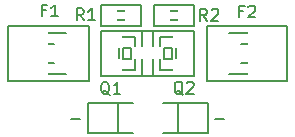
<source format=gto>
%FSLAX46Y46*%
G04 Gerber Fmt 4.6, Leading zero omitted, Abs format (unit mm)*
G04 Created by KiCad (PCBNEW (2014-08-24 BZR 5093)-product) date Sun 24 Aug 2014 09:58:16 PM CEST*
%MOMM*%
G01*
G04 APERTURE LIST*
%ADD10C,0.100000*%
%ADD11C,0.200000*%
%ADD12R,3.000000X3.800000*%
%ADD13R,0.998220X1.099820*%
%ADD14R,1.800000X1.800000*%
%ADD15R,1.400000X3.800000*%
%ADD16C,2.000000*%
%ADD17R,1.400000X1.000000*%
G04 APERTURE END LIST*
D10*
D11*
X143519048Y-130221429D02*
X144280953Y-130221429D01*
X155729048Y-130221429D02*
X156490953Y-130221429D01*
X153930000Y-122400000D02*
X150530000Y-122400000D01*
X150530000Y-122400000D02*
X150530000Y-120600000D01*
X150530000Y-120600000D02*
X153930000Y-120600000D01*
X153930000Y-120600000D02*
X153930000Y-122400000D01*
X151798200Y-121068200D02*
X151391800Y-121068200D01*
X151391800Y-121068200D02*
X151391800Y-121931800D01*
X151798200Y-121931800D02*
X151391800Y-121931800D01*
X151798200Y-121068200D02*
X151798200Y-121931800D01*
X153068200Y-121068200D02*
X152661800Y-121068200D01*
X152661800Y-121068200D02*
X152661800Y-121931800D01*
X153068200Y-121931800D02*
X152661800Y-121931800D01*
X153068200Y-121068200D02*
X153068200Y-121931800D01*
X152661800Y-121144400D02*
X151798200Y-121144400D01*
X151798200Y-121855600D02*
X152661800Y-121855600D01*
X156900000Y-126400000D02*
X159900000Y-126400000D01*
X157900000Y-125500000D02*
X158900000Y-125500000D01*
X157900000Y-123900000D02*
X158900000Y-123900000D01*
X156900000Y-123000000D02*
X159900000Y-123000000D01*
X155000000Y-122400000D02*
X161800000Y-122400000D01*
X161800000Y-122400000D02*
X161800000Y-127000000D01*
X161800000Y-127000000D02*
X155000000Y-127000000D01*
X155000000Y-127000000D02*
X155000000Y-122400000D01*
X143100000Y-123000000D02*
X140100000Y-123000000D01*
X142100000Y-123900000D02*
X141100000Y-123900000D01*
X142100000Y-125500000D02*
X141100000Y-125500000D01*
X143100000Y-126400000D02*
X140100000Y-126400000D01*
X145000000Y-127000000D02*
X138200000Y-127000000D01*
X138200000Y-127000000D02*
X138200000Y-122400000D01*
X138200000Y-122400000D02*
X145000000Y-122400000D01*
X145000000Y-122400000D02*
X145000000Y-127000000D01*
X144940000Y-131400000D02*
X148750000Y-131400000D01*
X144940000Y-128860000D02*
X148750000Y-128860000D01*
X151290000Y-131400000D02*
X155100000Y-131400000D01*
X151290000Y-128860000D02*
X155100000Y-128860000D01*
X155100000Y-128860000D02*
X155100000Y-131400000D01*
X144940000Y-131400000D02*
X144940000Y-128860000D01*
X147480000Y-128860000D02*
X147480000Y-131400000D01*
X144940000Y-128860000D02*
X144940000Y-128860000D01*
X144940000Y-128860000D02*
X144940000Y-128860000D01*
X152570000Y-131400000D02*
X152570000Y-128860000D01*
X150460000Y-126600000D02*
X146060000Y-126600000D01*
X146060000Y-126600000D02*
X146060000Y-122800000D01*
X146060000Y-122800000D02*
X150460000Y-122800000D01*
X150460000Y-122800000D02*
X150460000Y-126600000D01*
X148971200Y-124471400D02*
X148971200Y-124928600D01*
X148971200Y-124928600D02*
X149552860Y-124928600D01*
X149552860Y-124471400D02*
X149552860Y-124928600D01*
X148971200Y-124471400D02*
X149552860Y-124471400D01*
X146967140Y-125411200D02*
X146967140Y-125868400D01*
X146967140Y-125868400D02*
X147548800Y-125868400D01*
X147548800Y-125411200D02*
X147548800Y-125868400D01*
X146967140Y-125411200D02*
X147548800Y-125411200D01*
X146967140Y-123531600D02*
X146967140Y-123988800D01*
X146967140Y-123988800D02*
X147548800Y-123988800D01*
X147548800Y-123531600D02*
X147548800Y-123988800D01*
X146967140Y-123531600D02*
X147548800Y-123531600D01*
X147960280Y-124202160D02*
X147960280Y-125197840D01*
X147960280Y-125197840D02*
X148559720Y-125197840D01*
X148559720Y-124202160D02*
X148559720Y-125197840D01*
X147960280Y-124202160D02*
X148559720Y-124202160D01*
X148917860Y-126119860D02*
X147602140Y-126119860D01*
X147602140Y-126119860D02*
X147602140Y-123280140D01*
X147602140Y-123280140D02*
X148917860Y-123280140D01*
X148917860Y-123280140D02*
X148917860Y-126119860D01*
X149530000Y-122800000D02*
X153930000Y-122800000D01*
X153930000Y-122800000D02*
X153930000Y-126600000D01*
X153930000Y-126600000D02*
X149530000Y-126600000D01*
X149530000Y-126600000D02*
X149530000Y-122800000D01*
X151018800Y-124928600D02*
X151018800Y-124471400D01*
X151018800Y-124471400D02*
X150437140Y-124471400D01*
X150437140Y-124928600D02*
X150437140Y-124471400D01*
X151018800Y-124928600D02*
X150437140Y-124928600D01*
X153022860Y-123988800D02*
X153022860Y-123531600D01*
X153022860Y-123531600D02*
X152441200Y-123531600D01*
X152441200Y-123988800D02*
X152441200Y-123531600D01*
X153022860Y-123988800D02*
X152441200Y-123988800D01*
X153022860Y-125868400D02*
X153022860Y-125411200D01*
X153022860Y-125411200D02*
X152441200Y-125411200D01*
X152441200Y-125868400D02*
X152441200Y-125411200D01*
X153022860Y-125868400D02*
X152441200Y-125868400D01*
X152029720Y-125197840D02*
X152029720Y-124202160D01*
X152029720Y-124202160D02*
X151430280Y-124202160D01*
X151430280Y-125197840D02*
X151430280Y-124202160D01*
X152029720Y-125197840D02*
X151430280Y-125197840D01*
X151072140Y-123280140D02*
X152387860Y-123280140D01*
X152387860Y-123280140D02*
X152387860Y-126119860D01*
X152387860Y-126119860D02*
X151072140Y-126119860D01*
X151072140Y-126119860D02*
X151072140Y-123280140D01*
X146060000Y-120600000D02*
X149460000Y-120600000D01*
X149460000Y-120600000D02*
X149460000Y-122400000D01*
X149460000Y-122400000D02*
X146060000Y-122400000D01*
X146060000Y-122400000D02*
X146060000Y-120600000D01*
X148191800Y-121931800D02*
X148598200Y-121931800D01*
X148598200Y-121931800D02*
X148598200Y-121068200D01*
X148191800Y-121068200D02*
X148598200Y-121068200D01*
X148191800Y-121931800D02*
X148191800Y-121068200D01*
X146921800Y-121931800D02*
X147328200Y-121931800D01*
X147328200Y-121931800D02*
X147328200Y-121068200D01*
X146921800Y-121068200D02*
X147328200Y-121068200D01*
X146921800Y-121931800D02*
X146921800Y-121068200D01*
X147328200Y-121855600D02*
X148191800Y-121855600D01*
X148191800Y-121144400D02*
X147328200Y-121144400D01*
X155033334Y-121932381D02*
X154700000Y-121456190D01*
X154461905Y-121932381D02*
X154461905Y-120932381D01*
X154842858Y-120932381D01*
X154938096Y-120980000D01*
X154985715Y-121027619D01*
X155033334Y-121122857D01*
X155033334Y-121265714D01*
X154985715Y-121360952D01*
X154938096Y-121408571D01*
X154842858Y-121456190D01*
X154461905Y-121456190D01*
X155414286Y-121027619D02*
X155461905Y-120980000D01*
X155557143Y-120932381D01*
X155795239Y-120932381D01*
X155890477Y-120980000D01*
X155938096Y-121027619D01*
X155985715Y-121122857D01*
X155985715Y-121218095D01*
X155938096Y-121360952D01*
X155366667Y-121932381D01*
X155985715Y-121932381D01*
X158066667Y-121128571D02*
X157733333Y-121128571D01*
X157733333Y-121652381D02*
X157733333Y-120652381D01*
X158209524Y-120652381D01*
X158542857Y-120747619D02*
X158590476Y-120700000D01*
X158685714Y-120652381D01*
X158923810Y-120652381D01*
X159019048Y-120700000D01*
X159066667Y-120747619D01*
X159114286Y-120842857D01*
X159114286Y-120938095D01*
X159066667Y-121080952D01*
X158495238Y-121652381D01*
X159114286Y-121652381D01*
X141376667Y-121048571D02*
X141043333Y-121048571D01*
X141043333Y-121572381D02*
X141043333Y-120572381D01*
X141519524Y-120572381D01*
X142424286Y-121572381D02*
X141852857Y-121572381D01*
X142138571Y-121572381D02*
X142138571Y-120572381D01*
X142043333Y-120715238D01*
X141948095Y-120810476D01*
X141852857Y-120858095D01*
X146784762Y-128207619D02*
X146689524Y-128160000D01*
X146594286Y-128064762D01*
X146451429Y-127921905D01*
X146356190Y-127874286D01*
X146260952Y-127874286D01*
X146308571Y-128112381D02*
X146213333Y-128064762D01*
X146118095Y-127969524D01*
X146070476Y-127779048D01*
X146070476Y-127445714D01*
X146118095Y-127255238D01*
X146213333Y-127160000D01*
X146308571Y-127112381D01*
X146499048Y-127112381D01*
X146594286Y-127160000D01*
X146689524Y-127255238D01*
X146737143Y-127445714D01*
X146737143Y-127779048D01*
X146689524Y-127969524D01*
X146594286Y-128064762D01*
X146499048Y-128112381D01*
X146308571Y-128112381D01*
X147689524Y-128112381D02*
X147118095Y-128112381D01*
X147403809Y-128112381D02*
X147403809Y-127112381D01*
X147308571Y-127255238D01*
X147213333Y-127350476D01*
X147118095Y-127398095D01*
X152994762Y-128197619D02*
X152899524Y-128150000D01*
X152804286Y-128054762D01*
X152661429Y-127911905D01*
X152566190Y-127864286D01*
X152470952Y-127864286D01*
X152518571Y-128102381D02*
X152423333Y-128054762D01*
X152328095Y-127959524D01*
X152280476Y-127769048D01*
X152280476Y-127435714D01*
X152328095Y-127245238D01*
X152423333Y-127150000D01*
X152518571Y-127102381D01*
X152709048Y-127102381D01*
X152804286Y-127150000D01*
X152899524Y-127245238D01*
X152947143Y-127435714D01*
X152947143Y-127769048D01*
X152899524Y-127959524D01*
X152804286Y-128054762D01*
X152709048Y-128102381D01*
X152518571Y-128102381D01*
X153328095Y-127197619D02*
X153375714Y-127150000D01*
X153470952Y-127102381D01*
X153709048Y-127102381D01*
X153804286Y-127150000D01*
X153851905Y-127197619D01*
X153899524Y-127292857D01*
X153899524Y-127388095D01*
X153851905Y-127530952D01*
X153280476Y-128102381D01*
X153899524Y-128102381D01*
X144593334Y-121892381D02*
X144260000Y-121416190D01*
X144021905Y-121892381D02*
X144021905Y-120892381D01*
X144402858Y-120892381D01*
X144498096Y-120940000D01*
X144545715Y-120987619D01*
X144593334Y-121082857D01*
X144593334Y-121225714D01*
X144545715Y-121320952D01*
X144498096Y-121368571D01*
X144402858Y-121416190D01*
X144021905Y-121416190D01*
X145545715Y-121892381D02*
X144974286Y-121892381D01*
X145260000Y-121892381D02*
X145260000Y-120892381D01*
X145164762Y-121035238D01*
X145069524Y-121130476D01*
X144974286Y-121178095D01*
%LPC*%
D12*
X140100000Y-124700000D03*
X159900000Y-124700000D03*
D13*
X153078360Y-121500000D03*
X151381640Y-121500000D03*
D14*
X156900000Y-124700000D03*
X159900000Y-124700000D03*
D15*
X156100000Y-124700000D03*
X160700000Y-124700000D03*
D14*
X143100000Y-124700000D03*
X140100000Y-124700000D03*
D15*
X143900000Y-124700000D03*
X139300000Y-124700000D03*
D16*
X146210000Y-130130000D03*
X148750000Y-130130000D03*
X151290000Y-130130000D03*
X153830000Y-130130000D03*
D17*
X147160000Y-123750000D03*
X147160000Y-125650000D03*
X149360000Y-124700000D03*
X152830000Y-125650000D03*
X152830000Y-123750000D03*
X150630000Y-124700000D03*
D13*
X146911640Y-121500000D03*
X148608360Y-121500000D03*
M02*

</source>
